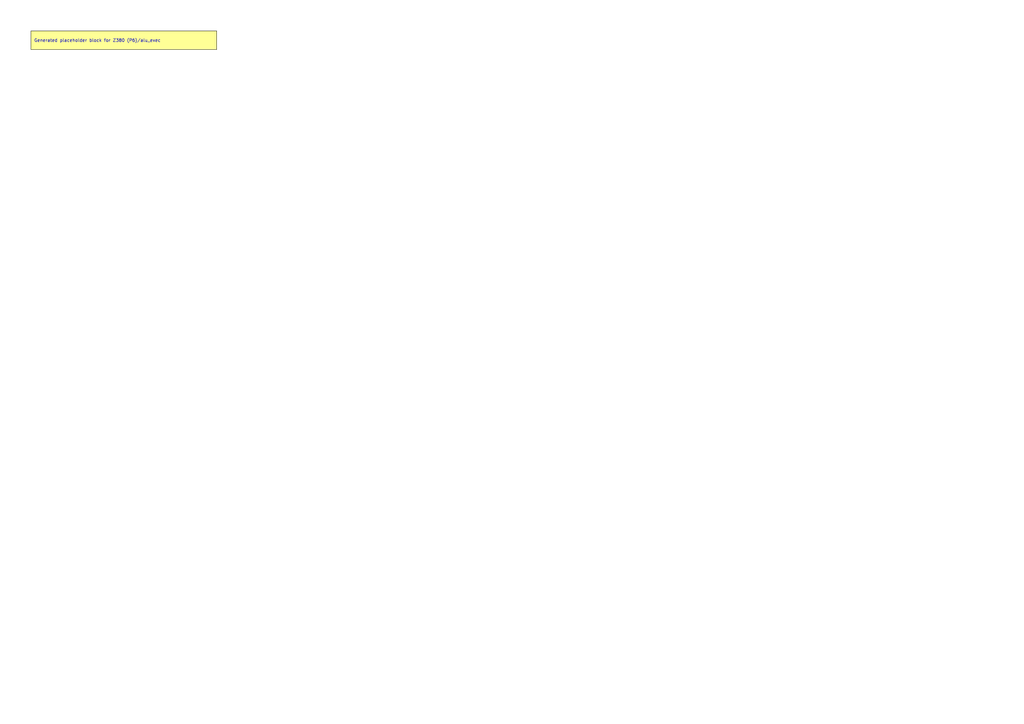
<source format=kicad_sch>
(kicad_sch
	(version 20250114)
	(generator "kicadgen")
	(generator_version "0.2")
	(uuid "420d6621-1d25-5e99-a9da-a3527b1c1501")
	(paper "A3")
	(title_block
		(title "Z380 (P6)::alu_exec")
		(company "Project Carbon")
		(comment 1 "Generated - do not edit in generated/")
		(comment 2 "Edit in schem/kicad9/manual/ or refine mapping specs")
	)
	(lib_symbols)
	(text_box
		"Generated placeholder block for Z380 (P6)/alu_exec"
		(exclude_from_sim no)
		(at
			12.7
			12.7
			0
		)
		(size 76.2 7.62)
		(margins
			1.27
			1.27
			1.27
			1.27
		)
		(stroke
			(width 0)
			(type default)
			(color
				0
				0
				0
				1
			)
		)
		(fill
			(type color)
			(color
				255
				255
				150
				1
			)
		)
		(effects
			(font
				(size 1.27 1.27)
			)
			(justify left)
		)
		(uuid "1ce9c783-9f25-50b9-966e-92580bd090af")
	)
	(sheet_instances
		(path
			"/"
			(page "1")
		)
	)
	(embedded_fonts no)
)

</source>
